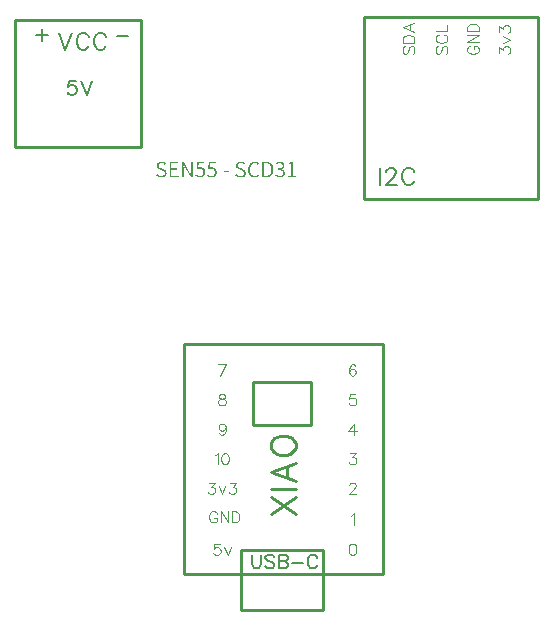
<source format=gto>
G04 Layer: TopSilkscreenLayer*
G04 EasyEDA v6.5.47, 2024-11-15 19:46:41*
G04 afbadec8b0bd41c99859eff7e483f8c8,fd2acee0f29b4e2aa60f5f2c6615e4e3,10*
G04 Gerber Generator version 0.2*
G04 Scale: 100 percent, Rotated: No, Reflected: No *
G04 Dimensions in millimeters *
G04 leading zeros omitted , absolute positions ,4 integer and 5 decimal *
%FSLAX45Y45*%
%MOMM*%

%ADD10C,0.2500*%
%ADD11C,0.2000*%
%ADD12C,0.1000*%
%ADD13C,0.2540*%

%LPD*%
G36*
X357479Y-479450D02*
G01*
X351790Y-479755D01*
X346456Y-480618D01*
X341426Y-481990D01*
X336753Y-483870D01*
X332536Y-486257D01*
X328726Y-489051D01*
X325374Y-492251D01*
X322580Y-495858D01*
X320344Y-499821D01*
X318668Y-504088D01*
X317652Y-508660D01*
X317347Y-513486D01*
X317957Y-520141D01*
X319735Y-525983D01*
X322478Y-530961D01*
X325932Y-535228D01*
X330047Y-538835D01*
X334467Y-541883D01*
X339090Y-544423D01*
X362559Y-554888D01*
X371297Y-559003D01*
X375056Y-561238D01*
X378358Y-563727D01*
X381101Y-566623D01*
X383133Y-570026D01*
X384454Y-574141D01*
X384911Y-579018D01*
X384403Y-583793D01*
X382879Y-588060D01*
X380492Y-591870D01*
X377190Y-595172D01*
X373075Y-597763D01*
X368147Y-599744D01*
X362508Y-600964D01*
X356209Y-601370D01*
X350977Y-601065D01*
X345948Y-600202D01*
X341020Y-598830D01*
X336296Y-596950D01*
X331825Y-594563D01*
X327558Y-591718D01*
X323545Y-588467D01*
X319836Y-584860D01*
X310997Y-595020D01*
X315366Y-599287D01*
X320141Y-603097D01*
X325272Y-606399D01*
X330809Y-609142D01*
X336600Y-611378D01*
X342747Y-613003D01*
X349199Y-613968D01*
X355904Y-614324D01*
X362458Y-614019D01*
X368554Y-613054D01*
X374142Y-611530D01*
X379272Y-609447D01*
X383895Y-606856D01*
X388010Y-603808D01*
X391515Y-600303D01*
X394462Y-596442D01*
X396798Y-592226D01*
X398475Y-587756D01*
X399542Y-582980D01*
X399897Y-578002D01*
X399338Y-571144D01*
X397713Y-565200D01*
X395224Y-560070D01*
X391922Y-555599D01*
X387858Y-551789D01*
X383286Y-548487D01*
X378155Y-545541D01*
X372719Y-542950D01*
X353872Y-535076D01*
X346354Y-531622D01*
X339394Y-527202D01*
X334264Y-521055D01*
X332333Y-512470D01*
X332740Y-508101D01*
X334111Y-504240D01*
X336245Y-500837D01*
X339191Y-497992D01*
X342798Y-495706D01*
X347116Y-494030D01*
X351993Y-493014D01*
X357479Y-492658D01*
X366268Y-493522D01*
X374142Y-496011D01*
X381152Y-499922D01*
X387451Y-505104D01*
X395325Y-495452D01*
X391769Y-492048D01*
X387858Y-489000D01*
X383590Y-486257D01*
X378968Y-483920D01*
X373989Y-482041D01*
X368757Y-480618D01*
X363220Y-479755D01*
G37*
G36*
X1029817Y-479450D02*
G01*
X1024128Y-479755D01*
X1018794Y-480618D01*
X1013714Y-481990D01*
X1009040Y-483870D01*
X1004773Y-486257D01*
X1000912Y-489051D01*
X997559Y-492251D01*
X994765Y-495858D01*
X992479Y-499821D01*
X990803Y-504088D01*
X989736Y-508660D01*
X989431Y-513486D01*
X990041Y-520141D01*
X991869Y-525983D01*
X994613Y-530961D01*
X998169Y-535228D01*
X1002284Y-538835D01*
X1006754Y-541883D01*
X1011428Y-544423D01*
X1034897Y-554888D01*
X1043584Y-559003D01*
X1047343Y-561238D01*
X1050594Y-563727D01*
X1053236Y-566623D01*
X1055268Y-570026D01*
X1056538Y-574141D01*
X1056995Y-579018D01*
X1056487Y-583793D01*
X1055014Y-588060D01*
X1052677Y-591870D01*
X1049426Y-595172D01*
X1045311Y-597763D01*
X1040485Y-599744D01*
X1034846Y-600964D01*
X1028547Y-601370D01*
X1023315Y-601065D01*
X1018235Y-600202D01*
X1013307Y-598830D01*
X1008532Y-596950D01*
X1003960Y-594563D01*
X999642Y-591718D01*
X995629Y-588467D01*
X991920Y-584860D01*
X983081Y-595020D01*
X987450Y-599287D01*
X992225Y-603097D01*
X997407Y-606399D01*
X1002893Y-609142D01*
X1008786Y-611378D01*
X1014933Y-613003D01*
X1021435Y-613968D01*
X1028293Y-614324D01*
X1034796Y-614019D01*
X1040841Y-613054D01*
X1046429Y-611530D01*
X1051560Y-609447D01*
X1056132Y-606856D01*
X1060196Y-603808D01*
X1063701Y-600303D01*
X1066596Y-596442D01*
X1068933Y-592226D01*
X1070610Y-587756D01*
X1071626Y-582980D01*
X1071981Y-578002D01*
X1071422Y-571144D01*
X1069848Y-565200D01*
X1067409Y-560070D01*
X1064107Y-555599D01*
X1060145Y-551789D01*
X1055573Y-548487D01*
X1050493Y-545541D01*
X1045057Y-542950D01*
X1026261Y-535076D01*
X1018540Y-531622D01*
X1011529Y-527202D01*
X1006398Y-521055D01*
X1004417Y-512470D01*
X1004874Y-508101D01*
X1006195Y-504240D01*
X1008430Y-500837D01*
X1011377Y-497992D01*
X1015034Y-495706D01*
X1019403Y-494030D01*
X1024331Y-493014D01*
X1029817Y-492658D01*
X1038606Y-493522D01*
X1046378Y-496011D01*
X1053388Y-499922D01*
X1059738Y-505104D01*
X1067663Y-495452D01*
X1064107Y-492048D01*
X1060145Y-489000D01*
X1055827Y-486257D01*
X1051204Y-483920D01*
X1046226Y-482041D01*
X1040993Y-480618D01*
X1035507Y-479755D01*
G37*
G36*
X1147419Y-479450D02*
G01*
X1141374Y-479755D01*
X1135532Y-480618D01*
X1129944Y-482092D01*
X1124661Y-484124D01*
X1119632Y-486664D01*
X1114907Y-489762D01*
X1110538Y-493369D01*
X1106525Y-497535D01*
X1102918Y-502107D01*
X1099667Y-507238D01*
X1096924Y-512775D01*
X1094587Y-518769D01*
X1092708Y-525221D01*
X1091336Y-532079D01*
X1090523Y-539343D01*
X1090269Y-547014D01*
X1090523Y-554736D01*
X1091336Y-562000D01*
X1092657Y-568858D01*
X1094486Y-575310D01*
X1096772Y-581304D01*
X1099515Y-586841D01*
X1102664Y-591921D01*
X1106220Y-596493D01*
X1110132Y-600557D01*
X1114450Y-604164D01*
X1119073Y-607212D01*
X1124000Y-609752D01*
X1129233Y-611733D01*
X1134719Y-613156D01*
X1140409Y-614019D01*
X1146352Y-614324D01*
X1152499Y-614019D01*
X1158189Y-613054D01*
X1163624Y-611530D01*
X1168654Y-609447D01*
X1173429Y-606806D01*
X1177899Y-603605D01*
X1182065Y-599948D01*
X1186027Y-595782D01*
X1177899Y-586384D01*
X1171194Y-592785D01*
X1163929Y-597509D01*
X1155954Y-600405D01*
X1147165Y-601370D01*
X1140917Y-600913D01*
X1135126Y-599643D01*
X1129792Y-597560D01*
X1124915Y-594664D01*
X1120546Y-591007D01*
X1116685Y-586587D01*
X1113383Y-581507D01*
X1110589Y-575767D01*
X1108405Y-569315D01*
X1106779Y-562305D01*
X1105814Y-554685D01*
X1105509Y-546506D01*
X1105814Y-538480D01*
X1106830Y-530961D01*
X1108506Y-524052D01*
X1110792Y-517753D01*
X1113637Y-512114D01*
X1117041Y-507085D01*
X1121003Y-502818D01*
X1125423Y-499211D01*
X1130350Y-496417D01*
X1135684Y-494334D01*
X1141476Y-493064D01*
X1147622Y-492658D01*
X1155750Y-493522D01*
X1162913Y-496011D01*
X1169162Y-499922D01*
X1174597Y-505104D01*
X1182725Y-495452D01*
X1179728Y-492455D01*
X1176274Y-489508D01*
X1172464Y-486816D01*
X1168196Y-484378D01*
X1163523Y-482346D01*
X1158494Y-480822D01*
X1153109Y-479806D01*
G37*
G36*
X1360017Y-479450D02*
G01*
X1354531Y-479755D01*
X1349451Y-480618D01*
X1344625Y-481990D01*
X1340104Y-483870D01*
X1335786Y-486156D01*
X1331722Y-488797D01*
X1327861Y-491743D01*
X1324152Y-494944D01*
X1332077Y-504342D01*
X1337970Y-499109D01*
X1344523Y-494995D01*
X1351737Y-492353D01*
X1359509Y-491388D01*
X1364488Y-491794D01*
X1368958Y-492912D01*
X1372870Y-494792D01*
X1376172Y-497281D01*
X1378813Y-500380D01*
X1380744Y-504037D01*
X1381912Y-508152D01*
X1382369Y-512724D01*
X1381912Y-518058D01*
X1380439Y-522985D01*
X1377950Y-527405D01*
X1374241Y-531215D01*
X1369263Y-534314D01*
X1362964Y-536651D01*
X1355140Y-538124D01*
X1345793Y-538632D01*
X1345793Y-550062D01*
X1356207Y-550570D01*
X1364945Y-551992D01*
X1372057Y-554278D01*
X1377696Y-557377D01*
X1381861Y-561238D01*
X1384757Y-565810D01*
X1386382Y-570992D01*
X1386941Y-576732D01*
X1386382Y-582320D01*
X1384909Y-587349D01*
X1382471Y-591667D01*
X1379220Y-595325D01*
X1375257Y-598271D01*
X1370634Y-600354D01*
X1365402Y-601675D01*
X1359763Y-602132D01*
X1354175Y-601827D01*
X1349095Y-600913D01*
X1344472Y-599490D01*
X1340256Y-597611D01*
X1336446Y-595325D01*
X1332890Y-592785D01*
X1329690Y-590042D01*
X1326743Y-587146D01*
X1319377Y-596544D01*
X1322679Y-599948D01*
X1326489Y-603199D01*
X1330756Y-606196D01*
X1335532Y-608888D01*
X1340866Y-611124D01*
X1346809Y-612851D01*
X1353312Y-613918D01*
X1360525Y-614324D01*
X1366113Y-614019D01*
X1371447Y-613206D01*
X1376527Y-611835D01*
X1381252Y-609904D01*
X1385620Y-607517D01*
X1389532Y-604570D01*
X1392936Y-601167D01*
X1395882Y-597306D01*
X1398219Y-592988D01*
X1399946Y-588264D01*
X1401013Y-583082D01*
X1401419Y-577494D01*
X1400810Y-571042D01*
X1399235Y-565200D01*
X1396644Y-559968D01*
X1393291Y-555447D01*
X1389176Y-551535D01*
X1384452Y-548386D01*
X1379270Y-545947D01*
X1373733Y-544220D01*
X1373733Y-543458D01*
X1378712Y-541324D01*
X1383233Y-538632D01*
X1387246Y-535482D01*
X1390650Y-531774D01*
X1393342Y-527558D01*
X1395374Y-522833D01*
X1396644Y-517550D01*
X1397101Y-511708D01*
X1396339Y-504494D01*
X1394307Y-498093D01*
X1390954Y-492556D01*
X1386535Y-487984D01*
X1381099Y-484276D01*
X1374800Y-481634D01*
X1367688Y-480009D01*
G37*
G36*
X425754Y-481990D02*
G01*
X425754Y-612038D01*
X501751Y-612038D01*
X501751Y-599592D01*
X440486Y-599592D01*
X440486Y-549554D01*
X490575Y-549554D01*
X490575Y-537108D01*
X440486Y-537108D01*
X440486Y-494436D01*
X499922Y-494436D01*
X499922Y-481990D01*
G37*
G36*
X529691Y-481990D02*
G01*
X529691Y-612038D01*
X543407Y-612038D01*
X543356Y-535635D01*
X542798Y-520649D01*
X541629Y-501040D01*
X542645Y-501040D01*
X556869Y-527710D01*
X605586Y-612038D01*
X620877Y-612038D01*
X620877Y-481990D01*
X606907Y-481990D01*
X606907Y-557326D01*
X607822Y-577748D01*
X608888Y-592734D01*
X607872Y-592734D01*
X593902Y-566064D01*
X544677Y-481990D01*
G37*
G36*
X658672Y-481990D02*
G01*
X654659Y-542442D01*
X662533Y-547268D01*
X667918Y-544017D01*
X673100Y-541528D01*
X678484Y-539953D01*
X684631Y-539394D01*
X690676Y-539953D01*
X696163Y-541528D01*
X700938Y-544118D01*
X704951Y-547674D01*
X708202Y-552094D01*
X710590Y-557377D01*
X712063Y-563524D01*
X712520Y-570382D01*
X711962Y-577342D01*
X710285Y-583590D01*
X707593Y-589026D01*
X704088Y-593598D01*
X699871Y-597255D01*
X694994Y-599897D01*
X689610Y-601573D01*
X683869Y-602132D01*
X678281Y-601827D01*
X673252Y-600913D01*
X668680Y-599541D01*
X664565Y-597712D01*
X660755Y-595528D01*
X657352Y-593039D01*
X654202Y-590296D01*
X651357Y-587400D01*
X643991Y-597052D01*
X647446Y-600354D01*
X651306Y-603504D01*
X655523Y-606399D01*
X660247Y-609041D01*
X665530Y-611225D01*
X671372Y-612851D01*
X677875Y-613968D01*
X685088Y-614324D01*
X690473Y-613968D01*
X695706Y-613003D01*
X700786Y-611327D01*
X705561Y-609041D01*
X710082Y-606145D01*
X714146Y-602691D01*
X717804Y-598576D01*
X720953Y-593953D01*
X723493Y-588721D01*
X725424Y-582980D01*
X726592Y-576681D01*
X727049Y-569874D01*
X726694Y-563016D01*
X725627Y-556818D01*
X724001Y-551281D01*
X721766Y-546303D01*
X718972Y-541985D01*
X715670Y-538276D01*
X711962Y-535178D01*
X707847Y-532638D01*
X703326Y-530707D01*
X698550Y-529336D01*
X693470Y-528472D01*
X688136Y-528218D01*
X682396Y-528624D01*
X677265Y-529793D01*
X672439Y-531520D01*
X667867Y-533806D01*
X671372Y-494436D01*
X720902Y-494436D01*
X720902Y-481990D01*
G37*
G36*
X756259Y-481990D02*
G01*
X752195Y-542442D01*
X760069Y-547268D01*
X765454Y-544017D01*
X770636Y-541528D01*
X776020Y-539953D01*
X782167Y-539394D01*
X788212Y-539953D01*
X793699Y-541528D01*
X798474Y-544118D01*
X802487Y-547674D01*
X805738Y-552094D01*
X808126Y-557377D01*
X809599Y-563524D01*
X810107Y-570382D01*
X809498Y-577342D01*
X807821Y-583590D01*
X805129Y-589026D01*
X801624Y-593598D01*
X797407Y-597255D01*
X792530Y-599897D01*
X787146Y-601573D01*
X781354Y-602132D01*
X770940Y-600913D01*
X762254Y-597712D01*
X755040Y-593039D01*
X748893Y-587400D01*
X741781Y-597052D01*
X745185Y-600354D01*
X748944Y-603504D01*
X753211Y-606399D01*
X757936Y-609041D01*
X763168Y-611225D01*
X769010Y-612851D01*
X775462Y-613968D01*
X782675Y-614324D01*
X788009Y-613968D01*
X793292Y-613003D01*
X798322Y-611327D01*
X803198Y-609041D01*
X807669Y-606145D01*
X811834Y-602691D01*
X815492Y-598576D01*
X818692Y-593953D01*
X821283Y-588721D01*
X823214Y-582980D01*
X824382Y-576681D01*
X824788Y-569874D01*
X824433Y-563016D01*
X823417Y-556818D01*
X821740Y-551281D01*
X819454Y-546303D01*
X816660Y-541985D01*
X813358Y-538276D01*
X809599Y-535178D01*
X805434Y-532638D01*
X800912Y-530707D01*
X796086Y-529336D01*
X791006Y-528472D01*
X785672Y-528218D01*
X779932Y-528624D01*
X774801Y-529793D01*
X769975Y-531520D01*
X765352Y-533806D01*
X769213Y-494436D01*
X818438Y-494436D01*
X818438Y-481990D01*
G37*
G36*
X1210665Y-481990D02*
G01*
X1210665Y-493928D01*
X1241399Y-493928D01*
X1247140Y-494131D01*
X1252524Y-494842D01*
X1257503Y-495909D01*
X1262126Y-497484D01*
X1266342Y-499414D01*
X1270203Y-501802D01*
X1273657Y-504545D01*
X1276756Y-507746D01*
X1279499Y-511301D01*
X1281887Y-515264D01*
X1283868Y-519582D01*
X1285494Y-524256D01*
X1286764Y-529285D01*
X1287627Y-534670D01*
X1288186Y-540410D01*
X1288338Y-546506D01*
X1288186Y-552602D01*
X1287627Y-558342D01*
X1286764Y-563778D01*
X1285494Y-568858D01*
X1283868Y-573633D01*
X1281887Y-578002D01*
X1279499Y-582015D01*
X1276756Y-585673D01*
X1273657Y-588873D01*
X1270203Y-591718D01*
X1266342Y-594156D01*
X1262126Y-596188D01*
X1257503Y-597763D01*
X1252524Y-598932D01*
X1247140Y-599592D01*
X1241399Y-599846D01*
X1225397Y-599846D01*
X1225397Y-493928D01*
X1210665Y-493928D01*
X1210665Y-612038D01*
X1243177Y-612038D01*
X1250340Y-611733D01*
X1257147Y-610920D01*
X1263446Y-609498D01*
X1269339Y-607568D01*
X1274724Y-605078D01*
X1279702Y-602081D01*
X1284173Y-598576D01*
X1288237Y-594614D01*
X1291793Y-590143D01*
X1294942Y-585216D01*
X1297584Y-579831D01*
X1299718Y-573989D01*
X1301445Y-567740D01*
X1302613Y-561086D01*
X1303375Y-553974D01*
X1303629Y-546506D01*
X1303375Y-539038D01*
X1302613Y-531977D01*
X1301394Y-525373D01*
X1299718Y-519176D01*
X1297533Y-513435D01*
X1294892Y-508101D01*
X1291793Y-503275D01*
X1288186Y-498906D01*
X1284122Y-495046D01*
X1279550Y-491642D01*
X1274572Y-488696D01*
X1269085Y-486308D01*
X1263192Y-484428D01*
X1256792Y-483108D01*
X1249934Y-482244D01*
X1242669Y-481990D01*
G37*
G36*
X1460093Y-481990D02*
G01*
X1454607Y-484784D01*
X1448460Y-487222D01*
X1441551Y-489204D01*
X1433677Y-490880D01*
X1433677Y-500278D01*
X1456486Y-500278D01*
X1456486Y-599846D01*
X1427581Y-599846D01*
X1427581Y-612038D01*
X1497431Y-612038D01*
X1497431Y-599846D01*
X1471015Y-599846D01*
X1471015Y-481990D01*
G37*
G36*
X882243Y-556666D02*
G01*
X882243Y-568096D01*
X927201Y-568096D01*
X927201Y-556666D01*
G37*
D10*
X1282225Y-3460739D02*
G01*
X1492283Y-3320785D01*
X1282225Y-3320785D02*
G01*
X1492283Y-3460739D01*
X1282225Y-3254745D02*
G01*
X1492283Y-3254745D01*
X1282225Y-3108695D02*
G01*
X1492283Y-3188705D01*
X1282225Y-3108695D02*
G01*
X1492283Y-3028685D01*
X1422179Y-3158733D02*
G01*
X1422179Y-3058657D01*
X1282225Y-2902701D02*
G01*
X1292131Y-2922767D01*
X1312197Y-2942833D01*
X1332263Y-2952739D01*
X1362235Y-2962645D01*
X1412273Y-2962645D01*
X1442245Y-2952739D01*
X1462311Y-2942833D01*
X1482123Y-2922767D01*
X1492283Y-2902701D01*
X1492283Y-2862823D01*
X1482123Y-2842757D01*
X1462311Y-2822691D01*
X1442245Y-2812785D01*
X1412273Y-2802625D01*
X1362235Y-2802625D01*
X1332263Y-2812785D01*
X1312197Y-2822691D01*
X1292131Y-2842757D01*
X1282225Y-2862823D01*
X1282225Y-2902701D01*
D11*
X-655487Y639470D02*
G01*
X-655487Y541426D01*
X-704509Y590448D02*
G01*
X-606211Y590448D01*
X-23594Y582630D02*
G01*
X74703Y582630D01*
X1123221Y-3809481D02*
G01*
X1123221Y-3891269D01*
X1128555Y-3907779D01*
X1139477Y-3918701D01*
X1155987Y-3924035D01*
X1166909Y-3924035D01*
X1183165Y-3918701D01*
X1194087Y-3907779D01*
X1199675Y-3891269D01*
X1199675Y-3809481D01*
X1311943Y-3825991D02*
G01*
X1301021Y-3815069D01*
X1284765Y-3809481D01*
X1262921Y-3809481D01*
X1246411Y-3815069D01*
X1235489Y-3825991D01*
X1235489Y-3836913D01*
X1241077Y-3847835D01*
X1246411Y-3853169D01*
X1257333Y-3858757D01*
X1290099Y-3869425D01*
X1301021Y-3875013D01*
X1306609Y-3880347D01*
X1311943Y-3891269D01*
X1311943Y-3907779D01*
X1301021Y-3918701D01*
X1284765Y-3924035D01*
X1262921Y-3924035D01*
X1246411Y-3918701D01*
X1235489Y-3907779D01*
X1348011Y-3809481D02*
G01*
X1348011Y-3924035D01*
X1348011Y-3809481D02*
G01*
X1397033Y-3809481D01*
X1413289Y-3815069D01*
X1418877Y-3820403D01*
X1424211Y-3831325D01*
X1424211Y-3842247D01*
X1418877Y-3853169D01*
X1413289Y-3858757D01*
X1397033Y-3864091D01*
X1348011Y-3864091D02*
G01*
X1397033Y-3864091D01*
X1413289Y-3869425D01*
X1418877Y-3875013D01*
X1424211Y-3885935D01*
X1424211Y-3902191D01*
X1418877Y-3913113D01*
X1413289Y-3918701D01*
X1397033Y-3924035D01*
X1348011Y-3924035D01*
X1460279Y-3875013D02*
G01*
X1558577Y-3875013D01*
X1676433Y-3836913D02*
G01*
X1670845Y-3825991D01*
X1659923Y-3815069D01*
X1649001Y-3809481D01*
X1627157Y-3809481D01*
X1616235Y-3815069D01*
X1605313Y-3825991D01*
X1599979Y-3836913D01*
X1594391Y-3853169D01*
X1594391Y-3880347D01*
X1599979Y-3896857D01*
X1605313Y-3907779D01*
X1616235Y-3918701D01*
X1627157Y-3924035D01*
X1649001Y-3924035D01*
X1659923Y-3918701D01*
X1670845Y-3907779D01*
X1676433Y-3896857D01*
D12*
X3213841Y440938D02*
G01*
X3213841Y490976D01*
X3250163Y463544D01*
X3250163Y477260D01*
X3254735Y486404D01*
X3259307Y490976D01*
X3272769Y495548D01*
X3281913Y495548D01*
X3295629Y490976D01*
X3304773Y481832D01*
X3309345Y468116D01*
X3309345Y454400D01*
X3304773Y440938D01*
X3300201Y436366D01*
X3291057Y431794D01*
X3245591Y525520D02*
G01*
X3309345Y552698D01*
X3245591Y579876D02*
G01*
X3309345Y552698D01*
X3213841Y618992D02*
G01*
X3213841Y669030D01*
X3250163Y641852D01*
X3250163Y655314D01*
X3254735Y664458D01*
X3259307Y669030D01*
X3272769Y673602D01*
X3281913Y673602D01*
X3295629Y669030D01*
X3304773Y659886D01*
X3309345Y646424D01*
X3309345Y632708D01*
X3304773Y618992D01*
X3300201Y614420D01*
X3291057Y610102D01*
X2969882Y499866D02*
G01*
X2960738Y495294D01*
X2951594Y486150D01*
X2947022Y477006D01*
X2947022Y458972D01*
X2951594Y449828D01*
X2960738Y440684D01*
X2969882Y436112D01*
X2983344Y431794D01*
X3006204Y431794D01*
X3019920Y436112D01*
X3028810Y440684D01*
X3037954Y449828D01*
X3042526Y458972D01*
X3042526Y477006D01*
X3037954Y486150D01*
X3028810Y495294D01*
X3019920Y499866D01*
X3006204Y499866D01*
X3006204Y477006D02*
G01*
X3006204Y499866D01*
X2947022Y529838D02*
G01*
X3042526Y529838D01*
X2947022Y529838D02*
G01*
X3042526Y593592D01*
X2947022Y593592D02*
G01*
X3042526Y593592D01*
X2947022Y623564D02*
G01*
X3042526Y623564D01*
X2947022Y623564D02*
G01*
X2947022Y655314D01*
X2951594Y669030D01*
X2960738Y677920D01*
X2969882Y682492D01*
X2983344Y687064D01*
X3006204Y687064D01*
X3019920Y682492D01*
X3028810Y677920D01*
X3037954Y669030D01*
X3042526Y655314D01*
X3042526Y623564D01*
X2694134Y495551D02*
G01*
X2684990Y486407D01*
X2680418Y472691D01*
X2680418Y454403D01*
X2684990Y440941D01*
X2694134Y431797D01*
X2703024Y431797D01*
X2712168Y436369D01*
X2716740Y440941D01*
X2721312Y450085D01*
X2730456Y477263D01*
X2735028Y486407D01*
X2739600Y490979D01*
X2748490Y495551D01*
X2762206Y495551D01*
X2771350Y486407D01*
X2775922Y472691D01*
X2775922Y454403D01*
X2771350Y440941D01*
X2762206Y431797D01*
X2703024Y593595D02*
G01*
X2694134Y589023D01*
X2684990Y579879D01*
X2680418Y570989D01*
X2680418Y552701D01*
X2684990Y543557D01*
X2694134Y534413D01*
X2703024Y530095D01*
X2716740Y525523D01*
X2739600Y525523D01*
X2753062Y530095D01*
X2762206Y534413D01*
X2771350Y543557D01*
X2775922Y552701D01*
X2775922Y570989D01*
X2771350Y579879D01*
X2762206Y589023D01*
X2753062Y593595D01*
X2680418Y623567D02*
G01*
X2775922Y623567D01*
X2775922Y623567D02*
G01*
X2775922Y678177D01*
X2414729Y495551D02*
G01*
X2405585Y486407D01*
X2401013Y472691D01*
X2401013Y454403D01*
X2405585Y440941D01*
X2414729Y431797D01*
X2423619Y431797D01*
X2432763Y436369D01*
X2437335Y440941D01*
X2441907Y450085D01*
X2451051Y477263D01*
X2455623Y486407D01*
X2460195Y490979D01*
X2469085Y495551D01*
X2482801Y495551D01*
X2491945Y486407D01*
X2496517Y472691D01*
X2496517Y454403D01*
X2491945Y440941D01*
X2482801Y431797D01*
X2401013Y525523D02*
G01*
X2496517Y525523D01*
X2401013Y525523D02*
G01*
X2401013Y557273D01*
X2405585Y570989D01*
X2414729Y579879D01*
X2423619Y584451D01*
X2437335Y589023D01*
X2460195Y589023D01*
X2473657Y584451D01*
X2482801Y579879D01*
X2491945Y570989D01*
X2496517Y557273D01*
X2496517Y525523D01*
X2401013Y655317D02*
G01*
X2496517Y618995D01*
X2401013Y655317D02*
G01*
X2496517Y691893D01*
X2464513Y632711D02*
G01*
X2464513Y678177D01*
D11*
X-369493Y203801D02*
G01*
X-426389Y203801D01*
X-432231Y152493D01*
X-426389Y158335D01*
X-409371Y163923D01*
X-392353Y163923D01*
X-375335Y158335D01*
X-363905Y146905D01*
X-358317Y129887D01*
X-358317Y118457D01*
X-363905Y101439D01*
X-375335Y90009D01*
X-392353Y84421D01*
X-409371Y84421D01*
X-426389Y90009D01*
X-432231Y95851D01*
X-437819Y107281D01*
X-320725Y203801D02*
G01*
X-275259Y84421D01*
X-229793Y203801D02*
G01*
X-275259Y84421D01*
X2209883Y-534543D02*
G01*
X2209883Y-677545D01*
X2261699Y-568579D02*
G01*
X2261699Y-561721D01*
X2268303Y-548005D01*
X2275161Y-541147D01*
X2288877Y-534543D01*
X2316055Y-534543D01*
X2329771Y-541147D01*
X2336629Y-548005D01*
X2343487Y-561721D01*
X2343487Y-575437D01*
X2336629Y-588898D01*
X2322913Y-609473D01*
X2254841Y-677545D01*
X2350345Y-677545D01*
X2497411Y-568579D02*
G01*
X2490807Y-554863D01*
X2477091Y-541147D01*
X2463375Y-534543D01*
X2436197Y-534543D01*
X2422481Y-541147D01*
X2408765Y-554863D01*
X2402161Y-568579D01*
X2395303Y-588898D01*
X2395303Y-623189D01*
X2402161Y-643509D01*
X2408765Y-657225D01*
X2422481Y-670687D01*
X2436197Y-677545D01*
X2463375Y-677545D01*
X2477091Y-670687D01*
X2490807Y-657225D01*
X2497411Y-643509D01*
X-514019Y609947D02*
G01*
X-459409Y466691D01*
X-404799Y609947D02*
G01*
X-459409Y466691D01*
X-257733Y575911D02*
G01*
X-264337Y589627D01*
X-278053Y603089D01*
X-291769Y609947D01*
X-318947Y609947D01*
X-332663Y603089D01*
X-346379Y589627D01*
X-352983Y575911D01*
X-359841Y555337D01*
X-359841Y521301D01*
X-352983Y500981D01*
X-346379Y487265D01*
X-332663Y473549D01*
X-318947Y466691D01*
X-291769Y466691D01*
X-278053Y473549D01*
X-264337Y487265D01*
X-257733Y500981D01*
X-110413Y575911D02*
G01*
X-117271Y589627D01*
X-130733Y603089D01*
X-144449Y609947D01*
X-171627Y609947D01*
X-185343Y603089D01*
X-199059Y589627D01*
X-205917Y575911D01*
X-212521Y555337D01*
X-212521Y521301D01*
X-205917Y500981D01*
X-199059Y487265D01*
X-185343Y473549D01*
X-171627Y466691D01*
X-144449Y466691D01*
X-130733Y473549D01*
X-117271Y487265D01*
X-110413Y500981D01*
D12*
X1962939Y-3477430D02*
G01*
X1972083Y-3472858D01*
X1985545Y-3459396D01*
X1985545Y-3554900D01*
X1946943Y-3221652D02*
G01*
X1946943Y-3217080D01*
X1951515Y-3208190D01*
X1956087Y-3203618D01*
X1964977Y-3199046D01*
X1983265Y-3199046D01*
X1992409Y-3203618D01*
X1996981Y-3208190D01*
X2001553Y-3217080D01*
X2001553Y-3226224D01*
X1996981Y-3235368D01*
X1987837Y-3249084D01*
X1942371Y-3294550D01*
X2006125Y-3294550D01*
X1951515Y-2948749D02*
G01*
X2001553Y-2948749D01*
X1974121Y-2985071D01*
X1987837Y-2985071D01*
X1996981Y-2989643D01*
X2001553Y-2994215D01*
X2006125Y-3007677D01*
X2006125Y-3016821D01*
X2001553Y-3030537D01*
X1992409Y-3039681D01*
X1978693Y-3044253D01*
X1964977Y-3044253D01*
X1951515Y-3039681D01*
X1946943Y-3035109D01*
X1942371Y-3025965D01*
X1985672Y-2698452D02*
G01*
X1940206Y-2761952D01*
X2008278Y-2761952D01*
X1985672Y-2698452D02*
G01*
X1985672Y-2793956D01*
X1996981Y-2448158D02*
G01*
X1951515Y-2448158D01*
X1946943Y-2489052D01*
X1951515Y-2484480D01*
X1964977Y-2479908D01*
X1978693Y-2479908D01*
X1992409Y-2484480D01*
X2001553Y-2493624D01*
X2006125Y-2507086D01*
X2006125Y-2516230D01*
X2001553Y-2529946D01*
X1992409Y-2539090D01*
X1978693Y-2543662D01*
X1964977Y-2543662D01*
X1951515Y-2539090D01*
X1946943Y-2534518D01*
X1942371Y-2525374D01*
X1999305Y-2211362D02*
G01*
X1994733Y-2202472D01*
X1981017Y-2197900D01*
X1971873Y-2197900D01*
X1958411Y-2202472D01*
X1949267Y-2215934D01*
X1944695Y-2238794D01*
X1944695Y-2261400D01*
X1949267Y-2279688D01*
X1958411Y-2288832D01*
X1971873Y-2293150D01*
X1976445Y-2293150D01*
X1990161Y-2288832D01*
X1999305Y-2279688D01*
X2003623Y-2265972D01*
X2003623Y-2261400D01*
X1999305Y-2247684D01*
X1990161Y-2238794D01*
X1976445Y-2234222D01*
X1971873Y-2234222D01*
X1958411Y-2238794D01*
X1949267Y-2247684D01*
X1944695Y-2261400D01*
X901263Y-2197900D02*
G01*
X855797Y-2293150D01*
X837509Y-2197900D02*
G01*
X901263Y-2197900D01*
X850044Y-3715512D02*
G01*
X804578Y-3715512D01*
X800006Y-3756406D01*
X804578Y-3751834D01*
X818040Y-3747262D01*
X831756Y-3747262D01*
X845472Y-3751834D01*
X854616Y-3760978D01*
X859188Y-3774440D01*
X859188Y-3783584D01*
X854616Y-3797300D01*
X845472Y-3806444D01*
X831756Y-3811015D01*
X818040Y-3811015D01*
X804578Y-3806444D01*
X800006Y-3801872D01*
X795434Y-3792728D01*
X889160Y-3747262D02*
G01*
X916338Y-3811015D01*
X943516Y-3747262D02*
G01*
X916338Y-3811015D01*
X828073Y-3462020D02*
G01*
X823501Y-3452876D01*
X814357Y-3443732D01*
X805213Y-3439160D01*
X787179Y-3439160D01*
X778035Y-3443732D01*
X768891Y-3452876D01*
X764319Y-3462020D01*
X760001Y-3475482D01*
X760001Y-3498342D01*
X764319Y-3512057D01*
X768891Y-3520948D01*
X778035Y-3530092D01*
X787179Y-3534664D01*
X805213Y-3534664D01*
X814357Y-3530092D01*
X823501Y-3520948D01*
X828073Y-3512057D01*
X828073Y-3498342D01*
X805213Y-3498342D02*
G01*
X828073Y-3498342D01*
X858045Y-3439160D02*
G01*
X858045Y-3534664D01*
X858045Y-3439160D02*
G01*
X921799Y-3534664D01*
X921799Y-3439160D02*
G01*
X921799Y-3534664D01*
X951771Y-3439160D02*
G01*
X951771Y-3534664D01*
X951771Y-3439160D02*
G01*
X983521Y-3439160D01*
X997237Y-3443732D01*
X1006127Y-3452876D01*
X1010699Y-3462020D01*
X1015271Y-3475482D01*
X1015271Y-3498342D01*
X1010699Y-3512057D01*
X1006127Y-3520948D01*
X997237Y-3530092D01*
X983521Y-3534664D01*
X951771Y-3534664D01*
X757715Y-3199043D02*
G01*
X807753Y-3199043D01*
X780321Y-3235365D01*
X794037Y-3235365D01*
X803181Y-3239937D01*
X807753Y-3244509D01*
X812325Y-3257971D01*
X812325Y-3267115D01*
X807753Y-3280831D01*
X798609Y-3289975D01*
X784893Y-3294547D01*
X771177Y-3294547D01*
X757715Y-3289975D01*
X753143Y-3285403D01*
X748571Y-3276259D01*
X842297Y-3230793D02*
G01*
X869475Y-3294547D01*
X896653Y-3230793D02*
G01*
X869475Y-3294547D01*
X935769Y-3199043D02*
G01*
X985807Y-3199043D01*
X958629Y-3235365D01*
X972091Y-3235365D01*
X981235Y-3239937D01*
X985807Y-3244509D01*
X990379Y-3257971D01*
X990379Y-3267115D01*
X985807Y-3280831D01*
X976663Y-3289975D01*
X963201Y-3294547D01*
X949485Y-3294547D01*
X935769Y-3289975D01*
X931197Y-3285403D01*
X926879Y-3276259D01*
X811309Y-2966783D02*
G01*
X820453Y-2962211D01*
X833915Y-2948749D01*
X833915Y-3044253D01*
X891319Y-2948749D02*
G01*
X877603Y-2953321D01*
X868459Y-2966783D01*
X864141Y-2989643D01*
X864141Y-3003105D01*
X868459Y-3025965D01*
X877603Y-3039681D01*
X891319Y-3044253D01*
X900463Y-3044253D01*
X913925Y-3039681D01*
X923069Y-3025965D01*
X927641Y-3003105D01*
X927641Y-2989643D01*
X923069Y-2966783D01*
X913925Y-2953321D01*
X900463Y-2948749D01*
X891319Y-2948749D01*
X899066Y-2730205D02*
G01*
X894494Y-2743921D01*
X885350Y-2752811D01*
X871634Y-2757383D01*
X867062Y-2757383D01*
X853600Y-2752811D01*
X844456Y-2743921D01*
X839884Y-2730205D01*
X839884Y-2725633D01*
X844456Y-2711917D01*
X853600Y-2703027D01*
X867062Y-2698455D01*
X871634Y-2698455D01*
X885350Y-2703027D01*
X894494Y-2711917D01*
X899066Y-2730205D01*
X899066Y-2752811D01*
X894494Y-2775671D01*
X885350Y-2789387D01*
X871634Y-2793959D01*
X862490Y-2793959D01*
X849028Y-2789387D01*
X844456Y-2780243D01*
X860206Y-2448156D02*
G01*
X846744Y-2452728D01*
X842172Y-2461618D01*
X842172Y-2470762D01*
X846744Y-2479906D01*
X855888Y-2484478D01*
X873922Y-2489050D01*
X887638Y-2493622D01*
X896782Y-2502512D01*
X901354Y-2511656D01*
X901354Y-2525372D01*
X896782Y-2534516D01*
X892210Y-2539088D01*
X878494Y-2543660D01*
X860206Y-2543660D01*
X846744Y-2539088D01*
X842172Y-2534516D01*
X837600Y-2525372D01*
X837600Y-2511656D01*
X842172Y-2502512D01*
X851316Y-2493622D01*
X864778Y-2489050D01*
X883066Y-2484478D01*
X892210Y-2479906D01*
X896782Y-2470762D01*
X896782Y-2461618D01*
X892210Y-2452728D01*
X878494Y-2448156D01*
X860206Y-2448156D01*
X1969549Y-3715512D02*
G01*
X1956087Y-3720084D01*
X1946943Y-3733546D01*
X1942371Y-3756406D01*
X1942371Y-3769868D01*
X1946943Y-3792728D01*
X1956087Y-3806444D01*
X1969549Y-3811015D01*
X1978693Y-3811015D01*
X1992409Y-3806444D01*
X2001553Y-3792728D01*
X2006125Y-3769868D01*
X2006125Y-3756406D01*
X2001553Y-3733546D01*
X1992409Y-3720084D01*
X1978693Y-3715512D01*
X1969549Y-3715512D01*
D13*
X2236271Y-3968750D02*
G01*
X547171Y-3968750D01*
X547171Y-2025650D01*
X2236271Y-2025650D01*
X2236271Y-3968750D01*
X1728271Y-4273550D02*
G01*
X1029771Y-4273550D01*
X1029771Y-3765550D01*
X1728271Y-3765550D01*
X1728271Y-4273550D01*
X1626671Y-2711450D02*
G01*
X1131371Y-2711450D01*
X1131371Y-2343150D01*
X1626671Y-2343150D01*
X1626671Y-2711450D01*
X-886180Y721453D02*
G01*
X180619Y721453D01*
X180619Y-359798D01*
X-886180Y-359798D01*
X-886180Y721453D01*
X2070100Y747158D02*
G01*
X3543300Y747158D01*
X3543300Y-797948D01*
X2070100Y-797948D01*
X2070100Y747158D01*
M02*

</source>
